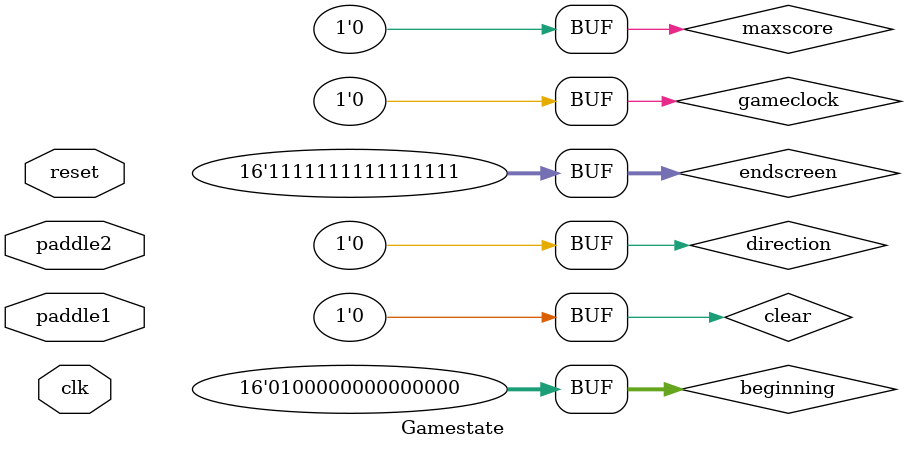
<source format=v>
`timescale 1ns / 1ps


module Gamestate(
input paddle1,
input paddle2,
input reset,
input clk
);


wire [8:0]p1score;
wire [8:0]p2score;

reg [15:0] display;//active display tied to the leds
reg [15:0] gamedisplay;//will display the ball going back and forth
reg [15:0] beginning;//the beginning screen
reg [15:0] endscreen;//the end screen
reg clear;
reg gameclock;
reg direction;
reg gameon;
reg maxscore;


wire paddle1hit;
wire paddle2hit;
wire detectendzone;
wire detectswitch;
wire detectrecieving;



ClockDivider gameclk(.clkin(clk),.clkout(gameclock));

PaddleControl p1(.paddle(paddle1),.clk(gameclock),.recieving(detectrecieving),.endzone(detectendzone),.switch(detectswitch),.hit(paddle1hit));
PaddleControl p2(.paddle(paddle2),.clk(gameclock),.recieving(detectrecieving),.endzone(detectendzone),.switch(detectswitch),.hit(paddle2hit));

travelControl ctrl(.clk(gameclock),.direction(),.beginning(beginning),.clear(clear),.display(gamedisplay),.endzone(detectendzone),.recieving(detectrecieving),.switch(detectswitch));

ScoreCount scoreboard(.clock(gameclock),.p1(paddle1hit),.p2(paddle2hit),.recieving(detectrecieving),.switch(detectswitch),.reset(reset),.score1(p1score),.score2(p2score));

initial begin
beginning = 16'b0100000000000000;
endscreen = 16'b1111111111111111;
clear = 0;
gameclock = 0;
direction = 0;
display = 16'b0000000000000000;
gameon = 0;
maxscore = 10;
end

always @(posedge gameclock)begin

if(gameon)begin
display = gamedisplay;
end

if(reset)begin
gameon = 1;
end

if((p1score == maxscore)|(p2score == maxscore))begin
gameon = 0;
display = endscreen;
end

end

endmodule
</source>
